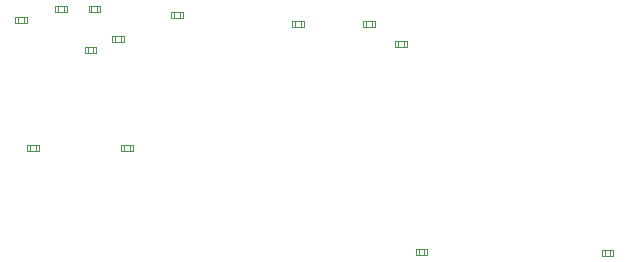
<source format=gbr>
%TF.GenerationSoftware,KiCad,Pcbnew,(6.0.8)*%
%TF.CreationDate,2022-12-05T17:54:35+01:00*%
%TF.ProjectId,FMC-HPC-BRK,464d432d-4850-4432-9d42-524b2e6b6963,rev?*%
%TF.SameCoordinates,Original*%
%TF.FileFunction,OtherDrawing,Comment*%
%FSLAX46Y46*%
G04 Gerber Fmt 4.6, Leading zero omitted, Abs format (unit mm)*
G04 Created by KiCad (PCBNEW (6.0.8)) date 2022-12-05 17:54:35*
%MOMM*%
%LPD*%
G01*
G04 APERTURE LIST*
%ADD10C,0.025000*%
G04 APERTURE END LIST*
D10*
%TO.C,R1*%
X137820000Y-64675000D02*
X138070000Y-64675000D01*
X138570000Y-65175000D02*
X138570000Y-64675000D01*
X138070000Y-64675000D02*
X138070000Y-65175000D01*
X137820000Y-65175000D02*
X137820000Y-64675000D01*
X138570000Y-64675000D02*
X138820000Y-64675000D01*
X138820000Y-65175000D02*
X138570000Y-65175000D01*
X138820000Y-65175000D02*
X137820000Y-65175000D01*
X138070000Y-65175000D02*
X137820000Y-65175000D01*
X137820000Y-65175000D02*
X137820000Y-64675000D01*
X138820000Y-64675000D02*
X138820000Y-65175000D01*
X138820000Y-64675000D02*
X138820000Y-65175000D01*
X137820000Y-64675000D02*
X138820000Y-64675000D01*
%TO.C,R9*%
X153570000Y-64745000D02*
X153820000Y-64745000D01*
X154320000Y-65245000D02*
X154320000Y-64745000D01*
X153820000Y-64745000D02*
X153820000Y-65245000D01*
X153570000Y-65245000D02*
X153570000Y-64745000D01*
X154320000Y-64745000D02*
X154570000Y-64745000D01*
X154570000Y-65245000D02*
X154320000Y-65245000D01*
X154570000Y-65245000D02*
X153570000Y-65245000D01*
X153820000Y-65245000D02*
X153570000Y-65245000D01*
X153570000Y-65245000D02*
X153570000Y-64745000D01*
X154570000Y-64745000D02*
X154570000Y-65245000D01*
X154570000Y-64745000D02*
X154570000Y-65245000D01*
X153570000Y-64745000D02*
X154570000Y-64745000D01*
%TO.C,R4*%
X112895000Y-55920000D02*
X113145000Y-55920000D01*
X113645000Y-56420000D02*
X113645000Y-55920000D01*
X113145000Y-55920000D02*
X113145000Y-56420000D01*
X112895000Y-56420000D02*
X112895000Y-55920000D01*
X113645000Y-55920000D02*
X113895000Y-55920000D01*
X113895000Y-56420000D02*
X113645000Y-56420000D01*
X113895000Y-56420000D02*
X112895000Y-56420000D01*
X113145000Y-56420000D02*
X112895000Y-56420000D01*
X112895000Y-56420000D02*
X112895000Y-55920000D01*
X113895000Y-55920000D02*
X113895000Y-56420000D01*
X113895000Y-55920000D02*
X113895000Y-56420000D01*
X112895000Y-55920000D02*
X113895000Y-55920000D01*
%TO.C,R2*%
X105160000Y-55920000D02*
X105160000Y-56420000D01*
X105160000Y-56420000D02*
X104910000Y-56420000D01*
X104910000Y-56420000D02*
X104910000Y-55920000D01*
X104910000Y-55920000D02*
X105160000Y-55920000D01*
X105660000Y-56420000D02*
X105660000Y-55920000D01*
X105660000Y-55920000D02*
X105910000Y-55920000D01*
X105910000Y-55920000D02*
X105910000Y-56420000D01*
X105910000Y-56420000D02*
X105660000Y-56420000D01*
X104910000Y-56420000D02*
X104910000Y-55920000D01*
X104910000Y-55920000D02*
X105910000Y-55920000D01*
X105910000Y-55920000D02*
X105910000Y-56420000D01*
X105910000Y-56420000D02*
X104910000Y-56420000D01*
%TO.C,R13*%
X110545000Y-48070000D02*
X110545000Y-47570000D01*
X110545000Y-47570000D02*
X110795000Y-47570000D01*
X110795000Y-47570000D02*
X110795000Y-48070000D01*
X110795000Y-48070000D02*
X110545000Y-48070000D01*
X110045000Y-47570000D02*
X110045000Y-48070000D01*
X110045000Y-48070000D02*
X109795000Y-48070000D01*
X109795000Y-48070000D02*
X109795000Y-47570000D01*
X109795000Y-47570000D02*
X110045000Y-47570000D01*
X110795000Y-47570000D02*
X110795000Y-48070000D01*
X110795000Y-48070000D02*
X109795000Y-48070000D01*
X109795000Y-48070000D02*
X109795000Y-47570000D01*
X109795000Y-47570000D02*
X110795000Y-47570000D01*
%TO.C,R10*%
X112370000Y-46645000D02*
X112370000Y-47145000D01*
X112370000Y-47145000D02*
X112120000Y-47145000D01*
X112120000Y-47145000D02*
X112120000Y-46645000D01*
X112120000Y-46645000D02*
X112370000Y-46645000D01*
X112870000Y-47145000D02*
X112870000Y-46645000D01*
X112870000Y-46645000D02*
X113120000Y-46645000D01*
X113120000Y-46645000D02*
X113120000Y-47145000D01*
X113120000Y-47145000D02*
X112870000Y-47145000D01*
X112120000Y-47145000D02*
X112120000Y-46645000D01*
X112120000Y-46645000D02*
X113120000Y-46645000D01*
X113120000Y-46645000D02*
X113120000Y-47145000D01*
X113120000Y-47145000D02*
X112120000Y-47145000D01*
%TO.C,R7*%
X104165000Y-45015000D02*
X104165000Y-45515000D01*
X104165000Y-45515000D02*
X103915000Y-45515000D01*
X103915000Y-45515000D02*
X103915000Y-45015000D01*
X103915000Y-45015000D02*
X104165000Y-45015000D01*
X104665000Y-45515000D02*
X104665000Y-45015000D01*
X104665000Y-45015000D02*
X104915000Y-45015000D01*
X104915000Y-45015000D02*
X104915000Y-45515000D01*
X104915000Y-45515000D02*
X104665000Y-45515000D01*
X103915000Y-45515000D02*
X103915000Y-45015000D01*
X103915000Y-45015000D02*
X104915000Y-45015000D01*
X104915000Y-45015000D02*
X104915000Y-45515000D01*
X104915000Y-45515000D02*
X103915000Y-45515000D01*
%TO.C,R8*%
X108075000Y-44635000D02*
X108075000Y-44135000D01*
X108075000Y-44135000D02*
X108325000Y-44135000D01*
X108325000Y-44135000D02*
X108325000Y-44635000D01*
X108325000Y-44635000D02*
X108075000Y-44635000D01*
X107575000Y-44135000D02*
X107575000Y-44635000D01*
X107575000Y-44635000D02*
X107325000Y-44635000D01*
X107325000Y-44635000D02*
X107325000Y-44135000D01*
X107325000Y-44135000D02*
X107575000Y-44135000D01*
X108325000Y-44135000D02*
X108325000Y-44635000D01*
X108325000Y-44635000D02*
X107325000Y-44635000D01*
X107325000Y-44635000D02*
X107325000Y-44135000D01*
X107325000Y-44135000D02*
X108325000Y-44135000D01*
%TO.C,R5*%
X110380000Y-44125000D02*
X110380000Y-44625000D01*
X110380000Y-44625000D02*
X110130000Y-44625000D01*
X110130000Y-44625000D02*
X110130000Y-44125000D01*
X110130000Y-44125000D02*
X110380000Y-44125000D01*
X110880000Y-44625000D02*
X110880000Y-44125000D01*
X110880000Y-44125000D02*
X111130000Y-44125000D01*
X111130000Y-44125000D02*
X111130000Y-44625000D01*
X111130000Y-44625000D02*
X110880000Y-44625000D01*
X110130000Y-44625000D02*
X110130000Y-44125000D01*
X110130000Y-44125000D02*
X111130000Y-44125000D01*
X111130000Y-44125000D02*
X111130000Y-44625000D01*
X111130000Y-44625000D02*
X110130000Y-44625000D01*
%TO.C,R12*%
X117105000Y-44645000D02*
X118105000Y-44645000D01*
X117105000Y-45145000D02*
X117105000Y-44645000D01*
X118105000Y-45145000D02*
X117105000Y-45145000D01*
X118105000Y-44645000D02*
X118105000Y-45145000D01*
X117105000Y-44645000D02*
X117355000Y-44645000D01*
X117105000Y-45145000D02*
X117105000Y-44645000D01*
X117355000Y-45145000D02*
X117105000Y-45145000D01*
X117355000Y-44645000D02*
X117355000Y-45145000D01*
X118105000Y-45145000D02*
X117855000Y-45145000D01*
X118105000Y-44645000D02*
X118105000Y-45145000D01*
X117855000Y-44645000D02*
X118105000Y-44645000D01*
X117855000Y-45145000D02*
X117855000Y-44645000D01*
%TO.C,R3*%
X136330000Y-47065000D02*
X136330000Y-47565000D01*
X136330000Y-47565000D02*
X136080000Y-47565000D01*
X136080000Y-47565000D02*
X136080000Y-47065000D01*
X136080000Y-47065000D02*
X136330000Y-47065000D01*
X136830000Y-47565000D02*
X136830000Y-47065000D01*
X136830000Y-47065000D02*
X137080000Y-47065000D01*
X137080000Y-47065000D02*
X137080000Y-47565000D01*
X137080000Y-47565000D02*
X136830000Y-47565000D01*
X136080000Y-47565000D02*
X136080000Y-47065000D01*
X136080000Y-47065000D02*
X137080000Y-47065000D01*
X137080000Y-47065000D02*
X137080000Y-47565000D01*
X137080000Y-47565000D02*
X136080000Y-47565000D01*
%TO.C,R11*%
X134095000Y-45870000D02*
X134095000Y-45370000D01*
X134095000Y-45370000D02*
X134345000Y-45370000D01*
X134345000Y-45370000D02*
X134345000Y-45870000D01*
X134345000Y-45870000D02*
X134095000Y-45870000D01*
X133595000Y-45370000D02*
X133595000Y-45870000D01*
X133595000Y-45870000D02*
X133345000Y-45870000D01*
X133345000Y-45870000D02*
X133345000Y-45370000D01*
X133345000Y-45370000D02*
X133595000Y-45370000D01*
X134345000Y-45370000D02*
X134345000Y-45870000D01*
X134345000Y-45870000D02*
X133345000Y-45870000D01*
X133345000Y-45870000D02*
X133345000Y-45370000D01*
X133345000Y-45370000D02*
X134345000Y-45370000D01*
%TO.C,R6*%
X127640000Y-45405000D02*
X127640000Y-45905000D01*
X127640000Y-45905000D02*
X127390000Y-45905000D01*
X127390000Y-45905000D02*
X127390000Y-45405000D01*
X127390000Y-45405000D02*
X127640000Y-45405000D01*
X128140000Y-45905000D02*
X128140000Y-45405000D01*
X128140000Y-45405000D02*
X128390000Y-45405000D01*
X128390000Y-45405000D02*
X128390000Y-45905000D01*
X128390000Y-45905000D02*
X128140000Y-45905000D01*
X127390000Y-45905000D02*
X127390000Y-45405000D01*
X127390000Y-45405000D02*
X128390000Y-45405000D01*
X128390000Y-45405000D02*
X128390000Y-45905000D01*
X128390000Y-45905000D02*
X127390000Y-45905000D01*
%TD*%
M02*

</source>
